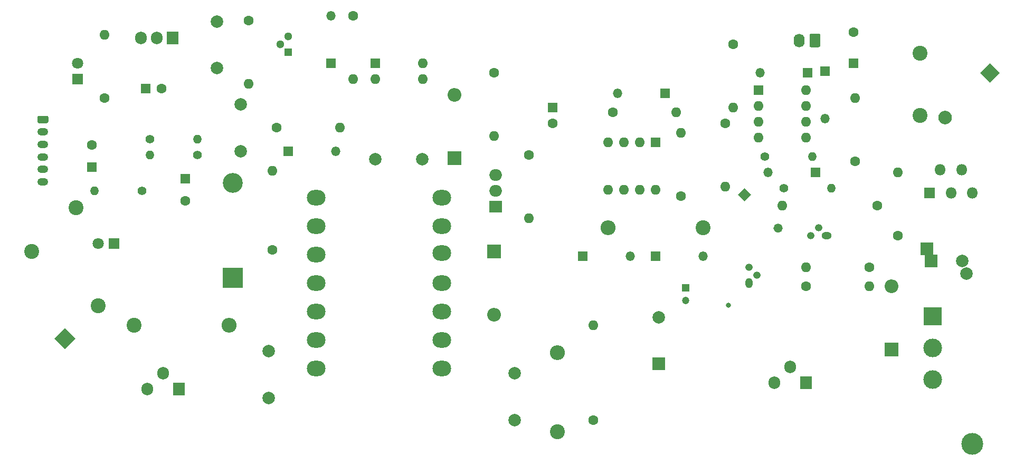
<source format=gbr>
%TF.GenerationSoftware,KiCad,Pcbnew,(5.1.6)-1*%
%TF.CreationDate,2021-01-03T19:19:44+05:30*%
%TF.ProjectId,supplyboard,73757070-6c79-4626-9f61-72642e6b6963,rev?*%
%TF.SameCoordinates,Original*%
%TF.FileFunction,Copper,L1,Top*%
%TF.FilePolarity,Positive*%
%FSLAX46Y46*%
G04 Gerber Fmt 4.6, Leading zero omitted, Abs format (unit mm)*
G04 Created by KiCad (PCBNEW (5.1.6)-1) date 2021-01-03 19:19:44*
%MOMM*%
%LPD*%
G01*
G04 APERTURE LIST*
%TA.AperFunction,ComponentPad*%
%ADD10O,3.200000X3.200000*%
%TD*%
%TA.AperFunction,ComponentPad*%
%ADD11R,3.200000X3.200000*%
%TD*%
%TA.AperFunction,ComponentPad*%
%ADD12C,1.600000*%
%TD*%
%TA.AperFunction,ComponentPad*%
%ADD13R,1.600000X1.600000*%
%TD*%
%TA.AperFunction,ComponentPad*%
%ADD14O,1.600000X1.600000*%
%TD*%
%TA.AperFunction,ComponentPad*%
%ADD15O,1.400000X1.400000*%
%TD*%
%TA.AperFunction,ComponentPad*%
%ADD16C,1.400000*%
%TD*%
%TA.AperFunction,ComponentPad*%
%ADD17O,1.750000X1.200000*%
%TD*%
%TA.AperFunction,ComponentPad*%
%ADD18R,1.200000X1.200000*%
%TD*%
%TA.AperFunction,ComponentPad*%
%ADD19C,1.200000*%
%TD*%
%TA.AperFunction,ComponentPad*%
%ADD20C,0.100000*%
%TD*%
%TA.AperFunction,ComponentPad*%
%ADD21C,3.500000*%
%TD*%
%TA.AperFunction,ComponentPad*%
%ADD22O,1.500000X1.500000*%
%TD*%
%TA.AperFunction,ComponentPad*%
%ADD23R,1.500000X1.500000*%
%TD*%
%TA.AperFunction,ComponentPad*%
%ADD24C,2.000000*%
%TD*%
%TA.AperFunction,ComponentPad*%
%ADD25R,2.000000X2.000000*%
%TD*%
%TA.AperFunction,ComponentPad*%
%ADD26O,3.000000X2.500000*%
%TD*%
%TA.AperFunction,ComponentPad*%
%ADD27O,2.400000X2.400000*%
%TD*%
%TA.AperFunction,ComponentPad*%
%ADD28C,2.400000*%
%TD*%
%TA.AperFunction,ComponentPad*%
%ADD29O,2.200000X2.200000*%
%TD*%
%TA.AperFunction,ComponentPad*%
%ADD30R,2.200000X2.200000*%
%TD*%
%TA.AperFunction,ComponentPad*%
%ADD31C,1.800000*%
%TD*%
%TA.AperFunction,ComponentPad*%
%ADD32R,1.800000X1.800000*%
%TD*%
%TA.AperFunction,ComponentPad*%
%ADD33O,1.905000X2.000000*%
%TD*%
%TA.AperFunction,ComponentPad*%
%ADD34R,1.905000X2.000000*%
%TD*%
%TA.AperFunction,ComponentPad*%
%ADD35C,3.000000*%
%TD*%
%TA.AperFunction,ComponentPad*%
%ADD36R,3.000000X3.000000*%
%TD*%
%TA.AperFunction,ComponentPad*%
%ADD37O,1.800000X1.800000*%
%TD*%
%TA.AperFunction,ComponentPad*%
%ADD38O,1.740000X2.190000*%
%TD*%
%TA.AperFunction,ComponentPad*%
%ADD39O,1.200000X1.200000*%
%TD*%
%TA.AperFunction,ComponentPad*%
%ADD40O,1.600000X1.200000*%
%TD*%
%TA.AperFunction,ComponentPad*%
%ADD41R,2.000000X1.905000*%
%TD*%
%TA.AperFunction,ComponentPad*%
%ADD42O,2.000000X1.905000*%
%TD*%
%TA.AperFunction,ComponentPad*%
%ADD43O,1.200000X1.600000*%
%TD*%
%TA.AperFunction,ComponentPad*%
%ADD44C,1.300000*%
%TD*%
%TA.AperFunction,ComponentPad*%
%ADD45R,1.300000X1.300000*%
%TD*%
%TA.AperFunction,ViaPad*%
%ADD46C,0.800000*%
%TD*%
G04 APERTURE END LIST*
D10*
%TO.P,D8,2*%
%TO.N,Net-(C20-Pad1)*%
X71120000Y-106045000D03*
D11*
%TO.P,D8,1*%
%TO.N,Net-(D8-Pad1)*%
X71120000Y-121285000D03*
%TD*%
D12*
%TO.P,C20,2*%
%TO.N,Earth*%
X63500000Y-108910000D03*
D13*
%TO.P,C20,1*%
%TO.N,Net-(C20-Pad1)*%
X63500000Y-105410000D03*
%TD*%
D14*
%TO.P,R19,2*%
%TO.N,Net-(D11-Pad1)*%
X77470000Y-104140000D03*
D12*
%TO.P,R19,1*%
%TO.N,OPTO_2*%
X77470000Y-116840000D03*
%TD*%
D15*
%TO.P,R25,2*%
%TO.N,Net-(R13-Pad1)*%
X57785000Y-101600000D03*
D16*
%TO.P,R25,1*%
%TO.N,Net-(C12-Pad1)*%
X65405000Y-101600000D03*
%TD*%
D15*
%TO.P,R21,2*%
%TO.N,Net-(C12-Pad1)*%
X65405000Y-99060000D03*
D16*
%TO.P,R21,1*%
%TO.N,Earth*%
X57785000Y-99060000D03*
%TD*%
D15*
%TO.P,R9,2*%
%TO.N,48V*%
X48895000Y-107315000D03*
D16*
%TO.P,R9,1*%
%TO.N,Net-(R13-Pad2)*%
X56515000Y-107315000D03*
%TD*%
D17*
%TO.P,J2,6*%
%TO.N,48V*%
X40640000Y-105885000D03*
%TO.P,J2,5*%
X40640000Y-103885000D03*
%TO.P,J2,4*%
%TO.N,Earth*%
X40640000Y-101885000D03*
%TO.P,J2,3*%
X40640000Y-99885000D03*
%TO.P,J2,2*%
%TO.N,5V*%
X40640000Y-97885000D03*
%TO.P,J2,1*%
%TO.N,Earth*%
%TA.AperFunction,ComponentPad*%
G36*
G01*
X40014999Y-95285000D02*
X41265001Y-95285000D01*
G75*
G02*
X41515000Y-95534999I0J-249999D01*
G01*
X41515000Y-96235001D01*
G75*
G02*
X41265001Y-96485000I-249999J0D01*
G01*
X40014999Y-96485000D01*
G75*
G02*
X39765000Y-96235001I0J249999D01*
G01*
X39765000Y-95534999D01*
G75*
G02*
X40014999Y-95285000I249999J0D01*
G01*
G37*
%TD.AperFunction*%
%TD*%
D14*
%TO.P,R31,2*%
%TO.N,Net-(R31-Pad2)*%
X159258000Y-109728000D03*
D12*
%TO.P,R31,1*%
%TO.N,Net-(C4-Pad1)*%
X174498000Y-109728000D03*
%TD*%
D15*
%TO.P,R30,2*%
%TO.N,Earth*%
X167132000Y-106934000D03*
D16*
%TO.P,R30,1*%
%TO.N,Net-(R28-Pad1)*%
X159512000Y-106934000D03*
%TD*%
D15*
%TO.P,R36,2*%
%TO.N,/INPUTB*%
X164084000Y-101854000D03*
D16*
%TO.P,R36,1*%
%TO.N,Net-(R28-Pad1)*%
X156464000Y-101854000D03*
%TD*%
D18*
%TO.P,C18,1*%
%TO.N,TO_FB1*%
X143764000Y-122936000D03*
D19*
%TO.P,C18,2*%
%TO.N,Earth*%
X143764000Y-124936000D03*
%TD*%
%TO.P,D3,2*%
%TO.N,Net-(D3-Pad2)*%
%TA.AperFunction,ComponentPad*%
G36*
G01*
X186125612Y-94798388D02*
X186125612Y-94798388D01*
G75*
G02*
X186125612Y-96354022I-777817J-777817D01*
G01*
X186125612Y-96354022D01*
G75*
G02*
X184569978Y-96354022I-777817J777817D01*
G01*
X184569978Y-96354022D01*
G75*
G02*
X184569978Y-94798388I777817J777817D01*
G01*
X184569978Y-94798388D01*
G75*
G02*
X186125612Y-94798388I777817J-777817D01*
G01*
G37*
%TD.AperFunction*%
%TA.AperFunction,ComponentPad*%
D20*
%TO.P,D3,1*%
%TO.N,Earth*%
G36*
X192532000Y-86836365D02*
G01*
X194087635Y-88392000D01*
X192532000Y-89947635D01*
X190976365Y-88392000D01*
X192532000Y-86836365D01*
G37*
%TD.AperFunction*%
%TD*%
D21*
%TO.P,REF\u002A\u002A,*%
%TO.N,Net-(J1-Pad3)*%
X189675000Y-148005000D03*
%TD*%
D13*
%TO.P,C21,2*%
%TO.N,48V*%
X48514000Y-103505000D03*
D12*
%TO.P,C21,1*%
%TO.N,Earth*%
X48514000Y-100005000D03*
%TD*%
D22*
%TO.P,ZD,2*%
%TO.N,Earth*%
X146558000Y-117856000D03*
D23*
%TO.P,ZD,1*%
%TO.N,TO_FB1*%
X138938000Y-117856000D03*
%TD*%
D24*
%TO.P,C4,2*%
%TO.N,Earth*%
X188806144Y-120618000D03*
D25*
%TO.P,C4,1*%
%TO.N,Net-(C4-Pad1)*%
X182461856Y-116618000D03*
D24*
%TO.P,C4,2*%
%TO.N,Earth*%
X188134000Y-118618000D03*
D25*
%TO.P,C4,1*%
%TO.N,Net-(C4-Pad1)*%
X183134000Y-118618000D03*
%TD*%
D26*
%TO.P,T1,7*%
%TO.N,Earth*%
X84455000Y-113030000D03*
%TO.P,T1,6*%
%TO.N,Net-(D8-Pad1)*%
X84455000Y-122174000D03*
%TO.P,T1,14*%
%TO.N,Net-(C2-Pad2)*%
X84455000Y-135890000D03*
%TO.P,T1,3*%
%TO.N,Net-(D4-Pad1)*%
X104648000Y-122174000D03*
%TO.P,T1,2*%
%TO.N,Earth*%
X104648000Y-113030000D03*
%TO.P,T1,1*%
%TO.N,Net-(D6-Pad1)*%
X104648000Y-108458000D03*
%TO.P,T1,5*%
%TO.N,N/C*%
X104648000Y-126746000D03*
%TO.P,T1,13*%
X84455000Y-131318000D03*
%TO.P,T1,12*%
X84455000Y-126746000D03*
%TO.P,T1,11*%
X104648000Y-131318000D03*
%TO.P,T1,10*%
X84455000Y-117602000D03*
%TO.P,T1,*%
%TO.N,Earth*%
X84455000Y-108458000D03*
%TO.P,T1,8*%
%TO.N,N/C*%
X104648000Y-117348000D03*
%TO.P,T1,4*%
%TO.N,Net-(C1-Pad2)*%
X104648000Y-135890000D03*
%TD*%
D23*
%TO.P,D2,1*%
%TO.N,Net-(D2-Pad1)*%
X127254000Y-117856000D03*
D22*
%TO.P,D2,2*%
%TO.N,Net-(D2-Pad2)*%
X134874000Y-117856000D03*
%TD*%
%TO.P,D7,2*%
%TO.N,Net-(C3-Pad1)*%
X132842000Y-91694000D03*
D23*
%TO.P,D7,1*%
%TO.N,OPTO_POS+*%
X140462000Y-91694000D03*
%TD*%
%TO.P,D10,1*%
%TO.N,/Qin*%
X166116000Y-88138000D03*
D22*
%TO.P,D10,2*%
%TO.N,Net-(D10-Pad2)*%
X166116000Y-95758000D03*
%TD*%
D23*
%TO.P,D9,1*%
%TO.N,/Qin*%
X163322000Y-88392000D03*
D22*
%TO.P,D9,2*%
%TO.N,Net-(D9-Pad2)*%
X155702000Y-88392000D03*
%TD*%
%TO.P,D14,2*%
%TO.N,Net-(D13-Pad1)*%
X156972000Y-104394000D03*
D23*
%TO.P,D14,1*%
%TO.N,/Qin*%
X164592000Y-104394000D03*
%TD*%
%TA.AperFunction,ComponentPad*%
D20*
%TO.P,D13,1*%
%TO.N,Net-(D13-Pad1)*%
G36*
X152101340Y-107950000D02*
G01*
X153162000Y-106889340D01*
X154222660Y-107950000D01*
X153162000Y-109010660D01*
X152101340Y-107950000D01*
G37*
%TD.AperFunction*%
%TO.P,D13,2*%
%TO.N,Net-(D13-Pad2)*%
%TA.AperFunction,ComponentPad*%
G36*
G01*
X158019824Y-112807824D02*
X158019824Y-112807824D01*
G75*
G02*
X159080484Y-112807824I530330J-530330D01*
G01*
X159080484Y-112807824D01*
G75*
G02*
X159080484Y-113868484I-530330J-530330D01*
G01*
X159080484Y-113868484D01*
G75*
G02*
X158019824Y-113868484I-530330J530330D01*
G01*
X158019824Y-113868484D01*
G75*
G02*
X158019824Y-112807824I530330J530330D01*
G01*
G37*
%TD.AperFunction*%
%TD*%
D27*
%TO.P,R4,2*%
%TO.N,Net-(Q4-Pad3)*%
X131318000Y-113284000D03*
D28*
%TO.P,R4,1*%
%TO.N,Earth*%
X146558000Y-113284000D03*
%TD*%
D29*
%TO.P,D4,2*%
%TO.N,Net-(C1-Pad1)*%
X113030000Y-127254000D03*
D30*
%TO.P,D4,1*%
%TO.N,Net-(D4-Pad1)*%
X113030000Y-117094000D03*
%TD*%
D31*
%TO.P,LED1,2*%
%TO.N,Net-(LED1-Pad2)*%
X49530000Y-115824000D03*
D32*
%TO.P,LED1,1*%
%TO.N,Earth*%
X52070000Y-115824000D03*
%TD*%
D31*
%TO.P,LED2,2*%
%TO.N,Net-(LED2-Pad2)*%
X46228000Y-86868000D03*
D32*
%TO.P,LED2,1*%
%TO.N,Earth*%
X46228000Y-89408000D03*
%TD*%
D33*
%TO.P,Q2,3*%
%TO.N,Net-(C2-Pad2)*%
X57404000Y-139192000D03*
%TO.P,Q2,2*%
%TO.N,OPTO_2*%
X59944000Y-136652000D03*
D34*
%TO.P,Q2,1*%
%TO.N,Net-(C2-Pad2)*%
X62484000Y-139192000D03*
%TD*%
D33*
%TO.P,Q1,3*%
%TO.N,358IN*%
X157988000Y-138176000D03*
%TO.P,Q1,2*%
%TO.N,Net-(C1-Pad2)*%
X160528000Y-135636000D03*
D34*
%TO.P,Q1,1*%
%TO.N,358IN*%
X163068000Y-138176000D03*
%TD*%
D29*
%TO.P,D1,2*%
%TO.N,Net-(C4-Pad1)*%
X176784000Y-122682000D03*
D30*
%TO.P,D1,1*%
%TO.N,358IN*%
X176784000Y-132842000D03*
%TD*%
D29*
%TO.P,D6,2*%
%TO.N,Net-(C18-Pad1)*%
X106680000Y-91948000D03*
D30*
%TO.P,D6,1*%
%TO.N,Net-(D6-Pad1)*%
X106680000Y-102108000D03*
%TD*%
D14*
%TO.P,R42,2*%
%TO.N,Net-(C8-Pad1)*%
X177800000Y-104394000D03*
D12*
%TO.P,R42,1*%
%TO.N,Net-(R42-Pad1)*%
X177800000Y-114554000D03*
%TD*%
D35*
%TO.P,J1,3*%
%TO.N,Net-(J1-Pad3)*%
X183388000Y-137668000D03*
%TO.P,J1,2*%
%TO.N,358IN*%
X183388000Y-132588000D03*
D36*
%TO.P,J1,1*%
%TO.N,Earth*%
X183388000Y-127508000D03*
%TD*%
D27*
%TO.P,R2,2*%
%TO.N,Net-(C2-Pad1)*%
X70485000Y-128905000D03*
D28*
%TO.P,R2,1*%
%TO.N,OPTO_2*%
X55245000Y-128905000D03*
%TD*%
%TO.P,L1,2*%
%TO.N,48V*%
X45933068Y-110022932D03*
%TO.P,L1,1*%
%TO.N,OPTO_2*%
X38862000Y-117094000D03*
%TD*%
%TO.P,L2,2*%
%TO.N,Net-(C8-Pad1)*%
X181356000Y-85250000D03*
%TO.P,L2,1*%
%TO.N,Net-(D3-Pad2)*%
X181356000Y-95250000D03*
%TD*%
D37*
%TO.P,U6,5*%
%TO.N,Earth*%
X189680000Y-107696000D03*
%TO.P,U6,4*%
%TO.N,Net-(C8-Pad1)*%
X187980000Y-103996000D03*
%TO.P,U6,3*%
%TO.N,Earth*%
X186280000Y-107696000D03*
%TO.P,U6,2*%
%TO.N,Net-(D3-Pad2)*%
X184580000Y-103996000D03*
D32*
%TO.P,U6,1*%
%TO.N,Net-(C4-Pad1)*%
X182880000Y-107696000D03*
%TD*%
D12*
%TO.P,C8,2*%
%TO.N,Earth*%
X170688000Y-81868000D03*
D13*
%TO.P,C8,1*%
%TO.N,Net-(C8-Pad1)*%
X170688000Y-86868000D03*
%TD*%
D14*
%TO.P,R45,2*%
%TO.N,Net-(D10-Pad2)*%
X170942000Y-92456000D03*
D12*
%TO.P,R45,1*%
%TO.N,/INPUTB*%
X170942000Y-102616000D03*
%TD*%
D14*
%TO.P,R27,2*%
%TO.N,Net-(R14-Pad2)*%
X142240000Y-94742000D03*
D12*
%TO.P,R27,1*%
%TO.N,Net-(C14-Pad2)*%
X132080000Y-94742000D03*
%TD*%
%TO.P,C3,2*%
%TO.N,Earth*%
X122428000Y-96480000D03*
D13*
%TO.P,C3,1*%
%TO.N,Net-(C3-Pad1)*%
X122428000Y-93980000D03*
%TD*%
D14*
%TO.P,R46,2*%
%TO.N,Net-(Q5-Pad2)*%
X163068000Y-119634000D03*
D12*
%TO.P,R46,1*%
%TO.N,Net-(R42-Pad1)*%
X173228000Y-119634000D03*
%TD*%
D14*
%TO.P,R47,2*%
%TO.N,Net-(R42-Pad1)*%
X173228000Y-122682000D03*
D12*
%TO.P,R47,1*%
%TO.N,Net-(Q3-Pad3)*%
X163068000Y-122682000D03*
%TD*%
D14*
%TO.P,R12,2*%
%TO.N,Net-(LED2-Pad2)*%
X50546000Y-82296000D03*
D12*
%TO.P,R12,1*%
%TO.N,5V*%
X50546000Y-92456000D03*
%TD*%
%TO.P,C16,2*%
%TO.N,Earth*%
X59650000Y-90932000D03*
D13*
%TO.P,C16,1*%
%TO.N,5V*%
X57150000Y-90932000D03*
%TD*%
D24*
%TO.P,C12,2*%
%TO.N,Net-(C12-Pad2)*%
X68580000Y-80130000D03*
%TO.P,C12,1*%
%TO.N,Net-(C12-Pad1)*%
X68580000Y-87630000D03*
%TD*%
D14*
%TO.P,R14,2*%
%TO.N,Net-(R14-Pad2)*%
X143002000Y-98044000D03*
D12*
%TO.P,R14,1*%
%TO.N,Net-(R14-Pad1)*%
X143002000Y-108204000D03*
%TD*%
D14*
%TO.P,R29,2*%
%TO.N,Net-(R29-Pad2)*%
X150114000Y-106680000D03*
D12*
%TO.P,R29,1*%
%TO.N,Net-(R29-Pad1)*%
X150114000Y-96520000D03*
%TD*%
D14*
%TO.P,R28,2*%
%TO.N,Net-(R28-Pad2)*%
X151384000Y-93980000D03*
D12*
%TO.P,R28,1*%
%TO.N,Net-(R28-Pad1)*%
X151384000Y-83820000D03*
%TD*%
D14*
%TO.P,R20,2*%
%TO.N,Net-(C12-Pad2)*%
X88265000Y-97155000D03*
D12*
%TO.P,R20,1*%
%TO.N,Net-(C13-Pad1)*%
X78105000Y-97155000D03*
%TD*%
D14*
%TO.P,R18,2*%
%TO.N,Net-(Q4-Pad3)*%
X113030000Y-98552000D03*
D12*
%TO.P,R18,1*%
%TO.N,Net-(C15-Pad2)*%
X113030000Y-88392000D03*
%TD*%
D14*
%TO.P,R5,2*%
%TO.N,TO_FB1*%
X118618000Y-111760000D03*
D12*
%TO.P,R5,1*%
%TO.N,Net-(C18-Pad1)*%
X118618000Y-101600000D03*
%TD*%
D14*
%TO.P,R16,2*%
%TO.N,Net-(C12-Pad2)*%
X90424000Y-89408000D03*
D12*
%TO.P,R16,1*%
%TO.N,Net-(D5-Pad2)*%
X90424000Y-79248000D03*
%TD*%
D14*
%TO.P,R17,2*%
%TO.N,Net-(C12-Pad1)*%
X73660000Y-90170000D03*
D12*
%TO.P,R17,1*%
%TO.N,Net-(C12-Pad2)*%
X73660000Y-80010000D03*
%TD*%
D28*
%TO.P,C19,2*%
%TO.N,Earth*%
X49499301Y-125760699D03*
%TA.AperFunction,ComponentPad*%
D20*
%TO.P,C19,1*%
%TO.N,OPTO_2*%
G36*
X44196000Y-132761056D02*
G01*
X42498944Y-131064000D01*
X44196000Y-129366944D01*
X45893056Y-131064000D01*
X44196000Y-132761056D01*
G37*
%TD.AperFunction*%
%TD*%
D24*
%TO.P,C1,2*%
%TO.N,Net-(C1-Pad2)*%
X116332000Y-144152000D03*
%TO.P,C1,1*%
%TO.N,Net-(C1-Pad1)*%
X116332000Y-136652000D03*
%TD*%
%TO.P,C2,1*%
%TO.N,Net-(C2-Pad1)*%
X76835000Y-133096000D03*
%TO.P,C2,2*%
%TO.N,Net-(C2-Pad2)*%
X76835000Y-140596000D03*
%TD*%
%TO.P,C5,2*%
%TO.N,Earth*%
X139446000Y-127628000D03*
D25*
%TO.P,C5,1*%
%TO.N,Net-(C1-Pad2)*%
X139446000Y-135128000D03*
%TD*%
D24*
%TO.P,C10,1*%
%TO.N,Earth*%
X93980000Y-102235000D03*
%TO.P,C10,2*%
X101480000Y-102235000D03*
%TD*%
%TO.P,C13,2*%
%TO.N,Net-(C12-Pad1)*%
X72390000Y-93465000D03*
%TO.P,C13,1*%
%TO.N,Net-(C13-Pad1)*%
X72390000Y-100965000D03*
%TD*%
D22*
%TO.P,D5,2*%
%TO.N,Net-(D5-Pad2)*%
X86868000Y-79248000D03*
D23*
%TO.P,D5,1*%
%TO.N,Net-(D11-Pad2)*%
X86868000Y-86868000D03*
%TD*%
%TO.P,D11,1*%
%TO.N,Net-(D11-Pad1)*%
X80010000Y-100965000D03*
D22*
%TO.P,D11,2*%
%TO.N,Net-(D11-Pad2)*%
X87630000Y-100965000D03*
%TD*%
%TO.P,J3,1*%
%TO.N,Earth*%
%TA.AperFunction,ComponentPad*%
G36*
G01*
X165335000Y-82339999D02*
X165335000Y-84030001D01*
G75*
G02*
X165085001Y-84280000I-249999J0D01*
G01*
X163844999Y-84280000D01*
G75*
G02*
X163595000Y-84030001I0J249999D01*
G01*
X163595000Y-82339999D01*
G75*
G02*
X163844999Y-82090000I249999J0D01*
G01*
X165085001Y-82090000D01*
G75*
G02*
X165335000Y-82339999I0J-249999D01*
G01*
G37*
%TD.AperFunction*%
D38*
%TO.P,J3,2*%
%TO.N,Net-(J3-Pad2)*%
X161925000Y-83185000D03*
%TD*%
D39*
%TO.P,Q3,3*%
%TO.N,Net-(Q3-Pad3)*%
X163830000Y-114554000D03*
%TO.P,Q3,2*%
%TO.N,Net-(D13-Pad2)*%
X165100000Y-113284000D03*
D40*
%TO.P,Q3,1*%
%TO.N,Earth*%
X166370000Y-114554000D03*
%TD*%
D41*
%TO.P,Q4,1*%
%TO.N,Net-(D2-Pad1)*%
X113284000Y-109855000D03*
D42*
%TO.P,Q4,2*%
%TO.N,Net-(D4-Pad1)*%
X113284000Y-107315000D03*
%TO.P,Q4,3*%
%TO.N,Net-(Q4-Pad3)*%
X113284000Y-104775000D03*
%TD*%
D43*
%TO.P,Q5,1*%
%TO.N,Earth*%
X153924000Y-122174000D03*
D39*
%TO.P,Q5,2*%
%TO.N,Net-(Q5-Pad2)*%
X155194000Y-120904000D03*
%TO.P,Q5,3*%
%TO.N,OPTO_POS+*%
X153924000Y-119634000D03*
%TD*%
D12*
%TO.P,R3,1*%
%TO.N,Net-(C1-Pad2)*%
X128905000Y-144145000D03*
D14*
%TO.P,R3,2*%
%TO.N,TO_FB1*%
X128905000Y-128905000D03*
%TD*%
D27*
%TO.P,R6,2*%
%TO.N,Net-(C1-Pad1)*%
X123190000Y-133350000D03*
D28*
%TO.P,R6,1*%
%TO.N,Net-(C1-Pad2)*%
X123190000Y-146050000D03*
%TD*%
D13*
%TO.P,U1,1*%
%TO.N,Net-(D5-Pad2)*%
X93980000Y-86868000D03*
D14*
%TO.P,U1,3*%
%TO.N,Earth*%
X101600000Y-89408000D03*
%TO.P,U1,2*%
%TO.N,Net-(C12-Pad2)*%
X93980000Y-89408000D03*
%TO.P,U1,4*%
%TO.N,OPTO_POS+*%
X101600000Y-86868000D03*
%TD*%
D13*
%TO.P,U2,1*%
%TO.N,OPTO_POS+*%
X138938000Y-99568000D03*
D14*
%TO.P,U2,5*%
%TO.N,Earth*%
X131318000Y-107188000D03*
%TO.P,U2,2*%
X136398000Y-99568000D03*
%TO.P,U2,6*%
%TO.N,Net-(D2-Pad2)*%
X133858000Y-107188000D03*
%TO.P,U2,3*%
%TO.N,Net-(C15-Pad2)*%
X133858000Y-99568000D03*
%TO.P,U2,7*%
%TO.N,TO_FB1*%
X136398000Y-107188000D03*
%TO.P,U2,4*%
%TO.N,Net-(C14-Pad2)*%
X131318000Y-99568000D03*
%TO.P,U2,8*%
%TO.N,Net-(R14-Pad1)*%
X138938000Y-107188000D03*
%TD*%
D44*
%TO.P,U3,2*%
%TO.N,Earth*%
X78740000Y-83820000D03*
%TO.P,U3,3*%
X80010000Y-82550000D03*
D45*
%TO.P,U3,1*%
%TO.N,Net-(C12-Pad2)*%
X80010000Y-85090000D03*
%TD*%
D34*
%TO.P,U4,1*%
%TO.N,Net-(C20-Pad1)*%
X61468000Y-82804000D03*
D33*
%TO.P,U4,2*%
%TO.N,Earth*%
X58928000Y-82804000D03*
%TO.P,U4,3*%
%TO.N,5V*%
X56388000Y-82804000D03*
%TD*%
D14*
%TO.P,U5,8*%
%TO.N,Net-(C8-Pad1)*%
X163068000Y-91186000D03*
%TO.P,U5,4*%
%TO.N,Earth*%
X155448000Y-98806000D03*
%TO.P,U5,7*%
%TO.N,Net-(D10-Pad2)*%
X163068000Y-93726000D03*
%TO.P,U5,3*%
%TO.N,Net-(R29-Pad1)*%
X155448000Y-96266000D03*
%TO.P,U5,6*%
%TO.N,Net-(R37-Pad1)*%
X163068000Y-96266000D03*
%TO.P,U5,2*%
%TO.N,Net-(R28-Pad2)*%
X155448000Y-93726000D03*
%TO.P,U5,5*%
%TO.N,/INPUTB*%
X163068000Y-98806000D03*
D13*
%TO.P,U5,1*%
%TO.N,Net-(D9-Pad2)*%
X155448000Y-91186000D03*
%TD*%
D46*
%TO.N,*%
X150622000Y-125730000D03*
%TD*%
M02*

</source>
